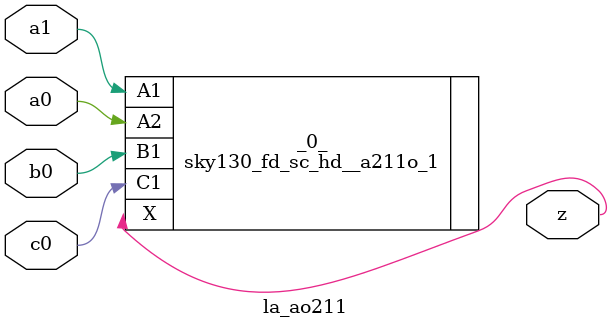
<source format=v>

/* Generated by Yosys 0.44 (git sha1 80ba43d26, g++ 11.4.0-1ubuntu1~22.04 -fPIC -O3) */

(* top =  1  *)
(* src = "generated" *)
(* keep_hierarchy *)
module la_ao211 (
    a0,
    a1,
    b0,
    c0,
    z
);
  (* src = "generated" *)
  input a0;
  wire a0;
  (* src = "generated" *)
  input a1;
  wire a1;
  (* src = "generated" *)
  input b0;
  wire b0;
  (* src = "generated" *)
  input c0;
  wire c0;
  (* src = "generated" *)
  output z;
  wire z;
  sky130_fd_sc_hd__a211o_1 _0_ (
      .A1(a1),
      .A2(a0),
      .B1(b0),
      .C1(c0),
      .X (z)
  );
endmodule

</source>
